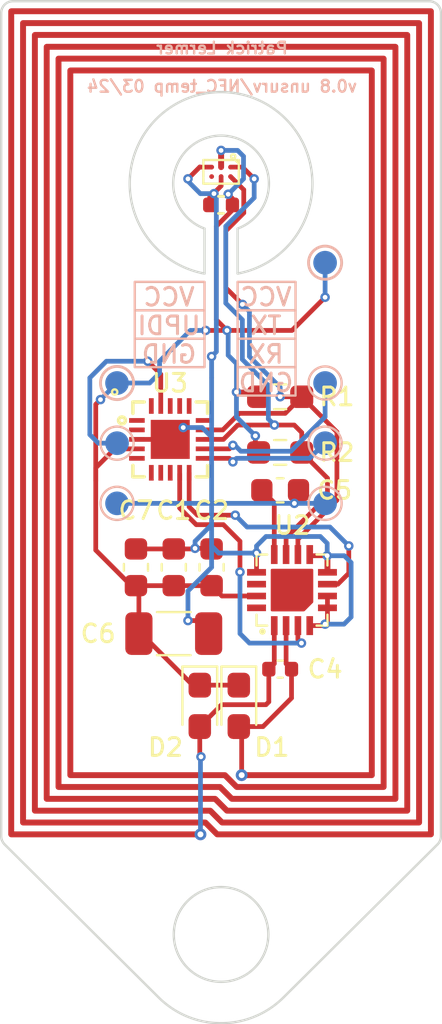
<source format=kicad_pcb>
(kicad_pcb (version 20240108) (generator "pcbnew") (generator_version "8.0")
  (layers (0 "F.Cu" signal) (31 "B.Cu" signal) (34 "B.Paste" user) (35 "F.Paste" user) (36 "B.SilkS" user "B.Silkscreen") (37 "F.SilkS" user "F.Silkscreen") (38 "B.Mask" user) (39 "F.Mask" user) (44 "Edge.Cuts" user))
  (net 0 "")
  (net 1 "GND")
  (net 2 "ANT2")
  (net 3 "ANT1")
  (net 4 "SCL")
  (net 5 "SDA")
  (net 6 "RF430_RST")
  (net 7 "RF430_INT")
  (net 8 "Net-(U2-VCORE)")
  (net 9 "RX")
  (net 10 "UPDI")
  (net 16 "TX")
  (net 17 "ALERT")
  (net 18 "VCC")
  (footprint "Capacitor_SMD:C_0603_1608Metric" (layer "F.Cu") (at 132 52.15)
    (property "Reference" "C5" (at 2.3 0 0) (layer "F.SilkS") (effects (font (size 0.75 0.75) (thickness 0.125))))
    (property "Value" "0.47 uF")
    (fp_line (start -0.14058 -0.51) (end 0.14058 -0.51) (stroke (width 0.1)) (layer "F.SilkS"))
    (fp_line (start -0.14058 0.51) (end 0.14058 0.51) (stroke (width 0.1)) (layer "F.SilkS"))
    (pad "1" smd roundrect (at -0.775 0) (size 0.9 0.95) (layers "F.Cu" "F.Paste" "F.Mask") (net 8 "Net-(U2-VCORE)"))
    (pad "2" smd roundrect (at 0.775 0) (size 0.9 0.95) (layers "F.Cu" "F.Paste" "F.Mask") (net 1 "GND"))
  )
  (footprint "Capacitor_SMD:C_1206_3216Metric" (layer "F.Cu") (at 127.5 58.2)
    (property "Reference" "C6" (at -3.2 0 0) (layer "F.SilkS") (effects (font (size 0.75 0.75) (thickness 0.125))))
    (property "Value" "100uF")
    (fp_line (start -0.711252 -0.91) (end 0.711252 -0.91) (stroke (width 0.1)) (layer "F.SilkS"))
    (fp_line (start -0.711252 0.91) (end 0.711252 0.91) (stroke (width 0.1)) (layer "F.SilkS"))
    (pad "1" smd roundrect (at -1.475 0) (size 1.15 1.8) (layers "F.Cu" "F.Paste" "F.Mask") (roundrect_rratio 0.217391) (net 18 "VCC"))
    (pad "2" smd roundrect (at 1.475 0) (size 1.15 1.8) (layers "F.Cu" "F.Paste" "F.Mask") (roundrect_rratio 0.217391) (net 1 "GND"))
  )
  (footprint "Capacitor_SMD:C_0603_1608Metric" (layer "F.Cu") (at 127.5 55.4 90)
    (property "Reference" "C1" (at 2.4 0 0) (layer "F.SilkS") (effects (font (size 0.75 0.75) (thickness 0.125))))
    (property "Value" "1 uF")
    (fp_line (start -0.14058 -0.51) (end 0.14058 -0.51) (stroke (width 0.1)) (layer "F.SilkS"))
    (fp_line (start -0.14058 0.51) (end 0.14058 0.51) (stroke (width 0.1)) (layer "F.SilkS"))
    (pad "1" smd roundrect (at -0.775 0 90) (size 0.9 0.95) (layers "F.Cu" "F.Paste" "F.Mask") (net 18 "VCC"))
    (pad "2" smd roundrect (at 0.775 0 90) (size 0.9 0.95) (layers "F.Cu" "F.Paste" "F.Mask") (net 1 "GND"))
  )
  (footprint "Capacitor_SMD:C_0603_1608Metric" (layer "F.Cu") (at 129.1 55.4 90)
    (property "Reference" "C2" (at 2.4 0 0) (layer "F.SilkS") (effects (font (size 0.75 0.75) (thickness 0.125))))
    (property "Value" "0.1 uF")
    (fp_line (start -0.14058 -0.51) (end 0.14058 -0.51) (stroke (width 0.1)) (layer "F.SilkS"))
    (fp_line (start -0.14058 0.51) (end 0.14058 0.51) (stroke (width 0.1)) (layer "F.SilkS"))
    (pad "1" smd roundrect (at -0.775 0 90) (size 0.9 0.95) (layers "F.Cu" "F.Paste" "F.Mask") (net 18 "VCC"))
    (pad "2" smd roundrect (at 0.775 0 90) (size 0.9 0.95) (layers "F.Cu" "F.Paste" "F.Mask") (net 1 "GND"))
  )
  (footprint "unsurv_offline_pcb_footprints:35_18_1_9nH" (layer "F.Cu") (at 120.5 31.8)
    (property "Reference" "AE1" (hide yes))
    (property "Value" "Antenna_Dipole" (hide yes))
    (pad "1" smd custom (at 8.12868 34.875) (size 0.25 0.25) (layers "F.Cu") (net 3 "ANT1") (options (clearance outline) (anchor circle)) (primitives (gr_line (start 0 0) (end -8.00368 0) (width 0.25)) (gr_line (start -8.00368 0) (end -8.00368 -34.75) (width 0.25)) (gr_line (start -8.00368 -34.75) (end 9.74632 -34.75) (width 0.25)) (gr_line (start 9.74632 -34.75) (end 9.74632 0) (width 0.25)) (gr_line (start 9.74632 0) (end 0.707107 0) (width 0.25)) (gr_line (start 0.707107 0) (end 0.207107 -0.5) (width 0.25)) (gr_line (start 0.207107 -0.5) (end -7.50368 -0.5) (width 0.25)) (gr_line (start -7.50368 -0.5) (end -7.50368 -34.25) (width 0.25)) (gr_line (start -7.50368 -34.25) (end 9.24632 -34.25) (width 0.25)) (gr_line (start 9.24632 -34.25) (end 9.24632 -0.5) (width 0.25)) (gr_line (start 9.24632 -0.5) (end 0.914214 -0.5) (width 0.25)) (gr_line (start 0.914214 -0.5) (end 0.414214 -1) (width 0.25)) (gr_line (start 0.414214 -1) (end -7.00368 -1) (width 0.25)) (gr_line (start -7.00368 -1) (end -7.00368 -33.75) (width 0.25)) (gr_line (start -7.00368 -33.75) (end 8.74632 -33.75) (width 0.25)) (gr_line (start 8.74632 -33.75) (end 8.74632 -1) (width 0.25)) (gr_line (start 8.74632 -1) (end 1.12132 -1) (width 0.25)) (gr_line (start 1.12132 -1) (end 0.62132 -1.5) (width 0.25)) (gr_line (start 0.62132 -1.5) (end -6.50368 -1.5) (width 0.25)) (gr_line (start -6.50368 -1.5) (end -6.50368 -33.25) (width 0.25)) (gr_line (start -6.50368 -33.25) (end 8.24632 -33.25) (width 0.25)) (gr_line (start 8.24632 -33.25) (end 8.24632 -1.5) (width 0.25)) (gr_line (start 8.24632 -1.5) (end 1.328427 -1.5) (width 0.25)) (gr_line (start 1.328427 -1.5) (end 0.828427 -2) (width 0.25)) (gr_line (start 0.828427 -2) (end -6.00368 -2) (width 0.25)) (gr_line (start -6.00368 -2) (end -6.00368 -32.75) (width 0.25)) (gr_line (start -6.00368 -32.75) (end 7.74632 -32.75) (width 0.25)) (gr_line (start 7.74632 -32.75) (end 7.74632 -2) (width 0.25)) (gr_line (start 7.74632 -2) (end 1.535534 -2) (width 0.25)) (gr_line (start 1.535534 -2) (end 1.035534 -2.5) (width 0.25)) (gr_line (start 1.035534 -2.5) (end -5.50368 -2.5) (width 0.25)) (gr_line (start -5.50368 -2.5) (end -5.50368 -32.25) (width 0.25)) (gr_line (start -5.50368 -32.25) (end 7.24632 -32.25) (width 0.25)) (gr_line (start 7.24632 -32.25) (end 7.24632 -2.5) (width 0.25))))
    (pad "1" thru_hole circle (at 8.12868 34.875) (size 0.5 0.5) (drill 0.25) (layers "*.Cu" "*.Mask") (net 3 "ANT1"))
    (pad "2" smd custom (at 9.87132 32.375) (size 0.25 0.25) (layers "F.Cu") (net 2 "ANT2") (options (clearance outline) (anchor circle)) (primitives (gr_line (start 0 0) (end 5.50368 0) (width 0.25))))
    (pad "2" thru_hole circle (at 9.87132 32.375) (size 0.5 0.5) (drill 0.25) (layers "*.Cu" "*.Mask") (net 2 "ANT2"))
  )
  (footprint "easyeda2kicad:VQFN-16_L3.0-W3.0-P0.50-BL-EP1.7" (layer "F.Cu") (at 132.5 56.36179)
    (property "Reference" "U2" (at 0.017542 -2.731892 180) (layer "F.SilkS") (effects (font (size 0.75 0.75) (thickness 0.125) (bold yes))))
    (property "Value" "RF430CL330HIRGTR‎" (hide yes))
    (fp_line (start -1.5 -1.5) (end -1.5 -1.04) (stroke (width 0.1)) (layer "F.SilkS"))
    (fp_line (start -1.5 -1.5) (end -1.05 -1.5) (stroke (width 0.1)) (layer "F.SilkS"))
    (fp_line (start -1.5 1.04) (end -1.5 1.5) (stroke (width 0.1)) (layer "F.SilkS"))
    (fp_line (start -1.5 1.5) (end -1.05 1.5) (stroke (width 0.1)) (layer "F.SilkS"))
    (fp_line (start 1.04 -1.5) (end 1.5 -1.5) (stroke (width 0.1)) (layer "F.SilkS"))
    (fp_line (start 1.04 1.5) (end 1.5 1.5) (stroke (width 0.1)) (layer "F.SilkS"))
    (fp_line (start 1.5 -1.04) (end 1.5 -1.5) (stroke (width 0.1)) (layer "F.SilkS"))
    (fp_line (start 1.5 1.5) (end 1.5 1.04) (stroke (width 0.1)) (layer "F.SilkS"))
    (fp_arc (start -1.25 1.74) (mid -1.245 1.75866) (end -1.25866 1.745) (stroke (width 0.25)) (layer "F.SilkS"))
    (pad "1" smd rect (at -0.75 1.5) (size 0.28 0.8) (layers "F.Cu" "F.Paste" "F.Mask") (net 3 "ANT1"))
    (pad "2" smd rect (at -0.25 1.5) (size 0.28 0.8) (layers "F.Cu" "F.Paste" "F.Mask") (net 2 "ANT2"))
    (pad "3" smd rect (at 0.25 1.5) (size 0.28 0.8) (layers "F.Cu" "F.Paste" "F.Mask") (net 6 "RF430_RST"))
    (pad "4" smd rect (at 0.75 1.5) (size 0.28 0.8) (layers "F.Cu" "F.Paste" "F.Mask") (net 1 "GND"))
    (pad "5" smd rect (at 1.5 0.75) (size 0.8 0.28) (layers "F.Cu" "F.Paste" "F.Mask") (net 1 "GND"))
    (pad "6" smd rect (at 1.5 0.25) (size 0.8 0.28) (layers "F.Cu" "F.Paste" "F.Mask") (net 1 "GND"))
    (pad "7" smd rect (at 1.5 -0.25) (size 0.8 0.28) (layers "F.Cu" "F.Paste" "F.Mask") (net 7 "RF430_INT"))
    (pad "8" smd rect (at 1.5 -0.75) (size 0.8 0.28) (layers "F.Cu" "F.Paste" "F.Mask") (net 1 "GND"))
    (pad "9" smd rect (at 0.75 -1.5) (size 0.28 0.8) (layers "F.Cu" "F.Paste" "F.Mask") (net 1 "GND"))
    (pad "10" smd rect (at 0.25 -1.5) (size 0.28 0.8) (layers "F.Cu" "F.Paste" "F.Mask") (net 4 "SCL"))
    (pad "11" smd rect (at -0.25 -1.5) (size 0.28 0.8) (layers "F.Cu" "F.Paste" "F.Mask") (net 5 "SDA"))
    (pad "12" smd rect (at -0.75 -1.5) (size 0.28 0.8) (layers "F.Cu" "F.Paste" "F.Mask") (net 8 "Net-(U2-VCORE)"))
    (pad "13" smd rect (at -1.5 -0.75) (size 0.8 0.28) (layers "F.Cu" "F.Paste" "F.Mask") (net 1 "GND"))
    (pad "14" smd rect (at -1.5 -0.25) (size 0.8 0.28) (layers "F.Cu" "F.Paste" "F.Mask"))
    (pad "15" smd rect (at -1.5 0.25) (size 0.8 0.28) (layers "F.Cu" "F.Paste" "F.Mask") (net 18 "VCC"))
    (pad "16" smd rect (at -1.5 0.75) (size 0.8 0.28) (layers "F.Cu" "F.Paste" "F.Mask"))
    (pad "17" smd custom (at 0 0 90) (size 1 1) (layers "F.Cu" "F.Paste" "F.Mask") (options (clearance outline) (anchor circle)) (primitives (gr_poly (pts (xy -0.85 0.5) (xy -0.85 -0.85) (xy 0.85 -0.85) (xy 0.85 0.85) (xy -0.5 0.85)) (width 0.1) (fill yes))))
  )
  (footprint "Capacitor_SMD:C_0402_1005Metric" (layer "F.Cu") (at 129.5 40.1 180)
    (property "Reference" "C3" (hide yes))
    (property "Value" "0.1 uF" (hide yes))
    (fp_line (start -0.107836 0.36) (end 0.107836 0.36) (stroke (width 0.12)) (layer "F.SilkS"))
    (fp_line (start -0.107836 -0.36) (end 0.107836 -0.36) (stroke (width 0.12)) (layer "F.SilkS"))
    (pad "1" smd roundrect (at -0.48 0 180) (size 0.56 0.62) (layers "F.Cu" "F.Paste" "F.Mask") (net 18 "VCC"))
    (pad "2" smd roundrect (at 0.48 0 180) (size 0.56 0.62) (layers "F.Cu" "F.Paste" "F.Mask") (net 1 "GND"))
  )
  (footprint "easyeda2kicad:QFN-20_L3.0-W3.0-P0.40-BL-EP1.7" (layer "F.Cu") (at 127.35 50 -90)
    (property "Reference" "U3" (at -2.375 0.013029 180) (layer "F.SilkS") (effects (font (size 0.75 0.75) (thickness 0.125) (bold yes))))
    (property "Value" "ATtiny1626-MFR" (hide yes))
    (fp_line (start -1.58 1.58) (end -1.1 1.58) (stroke (width 0.15)) (layer "F.SilkS"))
    (fp_line (start 1.58 1.58) (end 1.1 1.58) (stroke (width 0.15)) (layer "F.SilkS"))
    (fp_line (start -1.58 1.1) (end -1.58 1.58) (stroke (width 0.15)) (layer "F.SilkS"))
    (fp_line (start 1.58 1.1) (end 1.58 1.58) (stroke (width 0.15)) (layer "F.SilkS"))
    (fp_line (start -1.58 -1.1) (end -1.58 -1.58) (stroke (width 0.15)) (layer "F.SilkS"))
    (fp_line (start 1.58 -1.1) (end 1.58 -1.58) (stroke (width 0.15)) (layer "F.SilkS"))
    (fp_line (start -1.58 -1.58) (end -1.1 -1.58) (stroke (width 0.15)) (layer "F.SilkS"))
    (fp_line (start 1.58 -1.58) (end 1.1 -1.58) (stroke (width 0.15)) (layer "F.SilkS"))
    (fp_circle (center -0.8 2.04) (end -0.73 2.04) (stroke (width 0.15)) (fill none) (layer "F.SilkS"))
    (pad "1" smd rect (at -0.8 1.41 270) (size 0.2 0.66) (layers "F.Cu" "F.Paste" "F.Mask"))
    (pad "2" smd rect (at -0.4 1.41 270) (size 0.2 0.66) (layers "F.Cu" "F.Paste" "F.Mask"))
    (pad "3" smd rect (at 0 1.41 270) (size 0.2 0.66) (layers "F.Cu" "F.Paste" "F.Mask") (net 1 "GND"))
    (pad "4" smd rect (at 0.4 1.41 270) (size 0.2 0.66) (layers "F.Cu" "F.Paste" "F.Mask") (net 18 "VCC"))
    (pad "5" smd rect (at 0.8 1.41 270) (size 0.2 0.66) (layers "F.Cu" "F.Paste" "F.Mask"))
    (pad "6" smd rect (at 1.41 0.8 270) (size 0.66 0.2) (layers "F.Cu" "F.Paste" "F.Mask"))
    (pad "7" smd rect (at 1.41 0.4 270) (size 0.66 0.2) (layers "F.Cu" "F.Paste" "F.Mask"))
    (pad "8" smd rect (at 1.41 0 270) (size 0.66 0.2) (layers "F.Cu" "F.Paste" "F.Mask"))
    (pad "9" smd rect (at 1.41 -0.4 270) (size 0.66 0.2) (layers "F.Cu" "F.Paste" "F.Mask") (net 6 "RF430_RST"))
    (pad "10" smd rect (at 1.41 -0.8 270) (size 0.66 0.2) (layers "F.Cu" "F.Paste" "F.Mask") (net 7 "RF430_INT"))
    (pad "11" smd rect (at 0.8 -1.41 270) (size 0.2 0.66) (layers "F.Cu" "F.Paste" "F.Mask") (net 9 "RX"))
    (pad "12" smd rect (at 0.4 -1.41 270) (size 0.2 0.66) (layers "F.Cu" "F.Paste" "F.Mask") (net 16 "TX"))
    (pad "13" smd rect (at 0 -1.41 270) (size 0.2 0.66) (layers "F.Cu" "F.Paste" "F.Mask") (net 5 "SDA"))
    (pad "14" smd rect (at -0.4 -1.41 270) (size 0.2 0.66) (layers "F.Cu" "F.Paste" "F.Mask") (net 4 "SCL"))
    (pad "15" smd rect (at -0.8 -1.41 270) (size 0.2 0.66) (layers "F.Cu" "F.Paste" "F.Mask"))
    (pad "16" smd rect (at -1.41 -0.8 270) (size 0.66 0.2) (layers "F.Cu" "F.Paste" "F.Mask"))
    (pad "17" smd rect (at -1.41 -0.4 270) (size 0.66 0.2) (layers "F.Cu" "F.Paste" "F.Mask"))
    (pad "18" smd rect (at -1.41 0 270) (size 0.66 0.2) (layers "F.Cu" "F.Paste" "F.Mask") (net 17 "ALERT"))
    (pad "19" smd rect (at -1.41 0.4 270) (size 0.66 0.2) (layers "F.Cu" "F.Paste" "F.Mask") (net 10 "UPDI"))
    (pad "20" smd rect (at -1.41 0.8 270) (size 0.66 0.2) (layers "F.Cu" "F.Paste" "F.Mask"))
    (pad "21" smd rect (at 0 0 270) (size 1.65 1.65) (layers "F.Cu" "F.Paste" "F.Mask") (net 1 "GND"))
  )
  (footprint "Capacitor_SMD:C_0603_1608Metric" (layer "F.Cu") (at 125.9 55.4 90)
    (property "Reference" "C7" (at 2.4 0 0) (layer "F.SilkS") (effects (font (size 0.75 0.75) (thickness 0.125))))
    (property "Value" "0.1 uF")
    (fp_line (start -0.14058 -0.51) (end 0.14058 -0.51) (stroke (width 0.1)) (layer "F.SilkS"))
    (fp_line (start -0.14058 0.51) (end 0.14058 0.51) (stroke (width 0.1)) (layer "F.SilkS"))
    (pad "1" smd roundrect (at -0.775 0 90) (size 0.9 0.95) (layers "F.Cu" "F.Paste" "F.Mask") (net 18 "VCC"))
    (pad "2" smd roundrect (at 0.775 0 90) (size 0.9 0.95) (layers "F.Cu" "F.Paste" "F.Mask") (net 1 "GND"))
  )
  (footprint "Diode_SMD:D_0603_1608Metric_Pad1.05x0.95mm_HandSolder" (layer "F.Cu") (at 130.25 61.25 -90)
    (property "Reference" "D1" (at 1.75 -1.4 0) (layer "F.SilkS") (effects (font (size 0.75 0.75) (thickness 0.125))))
    (property "Value" "CDBU0130L")
    (fp_line (start -1.66 0.735) (end 0.8 0.735) (stroke (width 0.1)) (layer "F.SilkS"))
    (fp_line (start -1.66 -0.735) (end -1.66 0.735) (stroke (width 0.1)) (layer "F.SilkS"))
    (fp_line (start 0.8 -0.735) (end -1.66 -0.735) (stroke (width 0.1)) (layer "F.SilkS"))
    (pad "1" smd roundrect (at -0.875 0 270) (size 1.05 0.95) (layers "F.Cu" "F.Paste" "F.Mask") (net 18 "VCC"))
    (pad "2" smd roundrect (at 0.875 0 270) (size 1.05 0.95) (layers "F.Cu" "F.Paste" "F.Mask") (net 2 "ANT2"))
  )
  (footprint "Resistor_SMD:R_0603_1608Metric_Pad0.98x0.95mm_HandSolder" (layer "F.Cu") (at 132 48.2)
    (property "Reference" "R1" (at 2.4 0 0) (layer "F.SilkS") (effects (font (size 0.75 0.75) (thickness 0.125))))
    (property "Value" "4.7k")
    (fp_line (start -0.254724 -0.5225) (end 0.254724 -0.5225) (stroke (width 0.1)) (layer "F.SilkS"))
    (fp_line (start -0.254724 0.5225) (end 0.254724 0.5225) (stroke (width 0.1)) (layer "F.SilkS"))
    (pad "1" smd roundrect (at -0.9125 0) (size 0.975 0.95) (layers "F.Cu" "F.Paste" "F.Mask") (net 18 "VCC"))
    (pad "2" smd roundrect (at 0.9125 0) (size 0.975 0.95) (layers "F.Cu" "F.Paste" "F.Mask") (net 4 "SCL"))
  )
  (footprint "easyeda2kicad:DSBGA-6_L1.5-W1.0-R3-C2-P0.40-TL" (layer "F.Cu") (at 129.501934 38.704863 -90)
    (property "Reference" "U4" (hide yes))
    (property "Value" "TMP117AIYBGR" (hide yes))
    (fp_line (start -0.5 0.75) (end -0.28 0.75) (stroke (width 0.1)) (layer "F.SilkS"))
    (fp_line (start -0.22 0.75) (end 0.22 0.75) (stroke (width 0.1)) (layer "F.SilkS"))
    (fp_line (start 0.28 0.75) (end 0.5 0.75) (stroke (width 0.1)) (layer "F.SilkS"))
    (fp_line (start -0.5 0.53) (end -0.5 0.75) (stroke (width 0.1)) (layer "F.SilkS"))
    (fp_line (start 0.5 0.53) (end 0.5 0.75) (stroke (width 0.1)) (layer "F.SilkS"))
    (fp_line (start -0.5 0.03) (end -0.5 0.47) (stroke (width 0.1)) (layer "F.SilkS"))
    (fp_line (start 0.5 0.03) (end 0.5 0.47) (stroke (width 0.1)) (layer "F.SilkS"))
    (fp_line (start -0.5 -0.47) (end -0.5 -0.03) (stroke (width 0.1)) (layer "F.SilkS"))
    (fp_line (start 0.5 -0.47) (end 0.5 -0.03) (stroke (width 0.1)) (layer "F.SilkS"))
    (fp_line (start -0.5 -0.75) (end -0.5 -0.53) (stroke (width 0.1)) (layer "F.SilkS"))
    (fp_line (start -0.5 -0.75) (end -0.28 -0.75) (stroke (width 0.1)) (layer "F.SilkS"))
    (fp_line (start -0.35 -0.75) (end -0.5 -0.6) (stroke (width 0.1)) (layer "F.SilkS"))
    (fp_line (start -0.35 -0.75) (end -0.35 -0.75) (stroke (width 0.1)) (layer "F.SilkS"))
    (fp_line (start -0.22 -0.75) (end 0.22 -0.75) (stroke (width 0.1)) (layer "F.SilkS"))
    (fp_line (start 0.28 -0.75) (end 0.5 -0.75) (stroke (width 0.1)) (layer "F.SilkS"))
    (fp_line (start 0.5 -0.75) (end 0.5 -0.53) (stroke (width 0.1)) (layer "F.SilkS"))
    (fp_circle (center -0.65 -0.51) (end -0.61 -0.51) (stroke (width 0.1)) (fill none) (layer "F.SilkS"))
    (pad "A1" smd circle (at -0.2 -0.4 270) (size 0.2 0.2) (layers "F.Cu" "F.Paste" "F.Mask") (net 5 "SDA"))
    (pad "A2" smd circle (at 0.2 -0.4 270) (size 0.2 0.2) (layers "F.Cu" "F.Paste" "F.Mask") (net 4 "SCL"))
    (pad "B1" smd circle (at -0.2 0 270) (size 0.2 0.2) (layers "F.Cu" "F.Paste" "F.Mask") (net 18 "VCC"))
    (pad "B2" smd circle (at 0.2 0 270) (size 0.2 0.2) (layers "F.Cu" "F.Paste" "F.Mask") (net 1 "GND"))
    (pad "C1" smd circle (at -0.2 0.4 270) (size 0.2 0.2) (layers "F.Cu" "F.Paste" "F.Mask") (net 1 "GND"))
    (pad "C2" smd circle (at 0.2 0.4 270) (size 0.2 0.2) (layers "F.Cu" "F.Paste" "F.Mask"))
  )
  (footprint "Capacitor_SMD:C_0402_1005Metric" (layer "F.Cu") (at 132 59.7 180)
    (property "Reference" "C4" (at -1.9 0 0) (layer "F.SilkS") (effects (font (size 0.75 0.75) (thickness 0.125))))
    (property "Value" "36pF")
    (fp_line (start -0.107836 0.36) (end 0.107836 0.36) (stroke (width 0.1)) (layer "F.SilkS"))
    (fp_line (start -0.107836 -0.36) (end 0.107836 -0.36) (stroke (width 0.1)) (layer "F.SilkS"))
    (pad "1" smd roundrect (at -0.48 0 180) (size 0.56 0.62) (layers "F.Cu" "F.Paste" "F.Mask") (net 2 "ANT2"))
    (pad "2" smd roundrect (at 0.48 0 180) (size 0.56 0.62) (layers "F.Cu" "F.Paste" "F.Mask") (net 3 "ANT1"))
  )
  (footprint "Resistor_SMD:R_0603_1608Metric_Pad0.98x0.95mm_HandSolder" (layer "F.Cu") (at 132 50.55)
    (property "Reference" "R2" (at 2.4 0 0) (layer "F.SilkS") (effects (font (size 0.75 0.75) (thickness 0.125))))
    (property "Value" "4.7k")
    (fp_line (start -0.254724 -0.5225) (end 0.254724 -0.5225) (stroke (width 0.1)) (layer "F.SilkS"))
    (fp_line (start -0.254724 0.5225) (end 0.254724 0.5225) (stroke (width 0.1)) (layer "F.SilkS"))
    (pad "1" smd roundrect (at -0.9125 0) (size 0.975 0.95) (layers "F.Cu" "F.Paste" "F.Mask") (net 18 "VCC"))
    (pad "2" smd roundrect (at 0.9125 0) (size 0.975 0.95) (layers "F.Cu" "F.Paste" "F.Mask") (net 5 "SDA"))
  )
  (footprint "Diode_SMD:D_0603_1608Metric_Pad1.05x0.95mm_HandSolder" (layer "F.Cu") (at 128.6 61.25 -90)
    (property "Reference" "D2" (at 1.75 1.45 0) (layer "F.SilkS") (effects (font (size 0.75 0.75) (thickness 0.125))))
    (property "Value" "CDBU0130L")
    (fp_line (start -1.66 0.735) (end 0.8 0.735) (stroke (width 0.1)) (layer "F.SilkS"))
    (fp_line (start -1.66 -0.735) (end -1.66 0.735) (stroke (width 0.1)) (layer "F.SilkS"))
    (fp_line (start 0.8 -0.735) (end -1.66 -0.735) (stroke (width 0.1)) (layer "F.SilkS"))
    (pad "1" smd roundrect (at -0.875 0 270) (size 1.05 0.95) (layers "F.Cu" "F.Paste" "F.Mask") (net 18 "VCC"))
    (pad "2" smd roundrect (at 0.875 0 270) (size 1.05 0.95) (layers "F.Cu" "F.Paste" "F.Mask") (net 3 "ANT1"))
  )
  (footprint "TestPoint:TestPoint_Pad_D1.0mm" (layer "B.Cu") (at 125.1 50.16 90)
    (property "Reference" "TP7" (hide yes))
    (property "Value" "TestPoint")
    (fp_circle (center 0 0) (end 0 -0.7) (stroke (width 0.1)) (fill none) (layer "B.SilkS"))
    (pad "1" smd circle (at 0 0 90) (size 1 1) (layers "B.Cu" "B.Mask") (net 10 "UPDI"))
  )
  (footprint "TestPoint:TestPoint_Pad_D1.0mm" (layer "B.Cu") (at 133.9 52.7 180)
    (property "Reference" "TP3" (hide yes))
    (property "Value" "TestPoint")
    (fp_circle (center 0 0) (end 0 -0.7) (stroke (width 0.1)) (fill none) (layer "B.SilkS"))
    (pad "1" smd circle (at 0 0 180) (size 1 1) (layers "B.Cu" "B.Mask") (net 1 "GND"))
  )
  (footprint "TestPoint:TestPoint_Pad_D1.0mm" (layer "B.Cu") (at 125.1 52.7 90)
    (property "Reference" "TP6" (hide yes))
    (property "Value" "TestPoint")
    (fp_circle (center 0 0) (end 0 -0.7) (stroke (width 0.1)) (fill none) (layer "B.SilkS"))
    (pad "1" smd circle (at 0 0 90) (size 1 1) (layers "B.Cu" "B.Mask") (net 1 "GND"))
  )
  (footprint "TestPoint:TestPoint_Pad_D1.0mm" (layer "B.Cu") (at 125.1 47.62 180)
    (property "Reference" "TP5" (hide yes))
    (property "Value" "TestPoint" (hide yes))
    (fp_circle (center 0 0) (end 0 -0.7) (stroke (width 0.12)) (fill none) (layer "B.SilkS"))
    (pad "1" smd circle (at 0 0 180) (size 1 1) (layers "B.Cu" "B.Mask") (net 18 "VCC"))
  )
  (footprint "TestPoint:TestPoint_Pad_D1.0mm" (layer "B.Cu") (at 133.9 42.54 180)
    (property "Reference" "TP4" (hide yes))
    (property "Value" "TestPoint" (hide yes))
    (fp_circle (center 0 0) (end 0 -0.7) (stroke (width 0.12)) (fill none) (layer "B.SilkS"))
    (pad "1" smd circle (at 0 0 180) (size 1 1) (layers "B.Cu" "B.Mask") (net 18 "VCC"))
  )
  (footprint "TestPoint:TestPoint_Pad_D1.0mm" (layer "B.Cu") (at 133.9 50.16 180)
    (property "Reference" "TP1" (hide yes))
    (property "Value" "TestPoint")
    (fp_circle (center 0 0) (end 0 -0.7) (stroke (width 0.1)) (fill none) (layer "B.SilkS"))
    (pad "1" smd circle (at 0 0 180) (size 1 1) (layers "B.Cu" "B.Mask") (net 9 "RX"))
  )
  (footprint "TestPoint:TestPoint_Pad_D1.0mm" (layer "B.Cu") (at 133.9 47.62 180)
    (property "Reference" "TP2" (hide yes))
    (property "Value" "TestPoint")
    (fp_circle (center 0 0) (end 0 -0.7) (stroke (width 0.1)) (fill none) (layer "B.SilkS"))
    (pad "1" smd circle (at 0 0 180) (size 1 1) (layers "B.Cu" "B.Mask") (net 16 "TX"))
  )
  (gr_rect (start 130.2 43.35) (end 132.65 44.55) (stroke (width 0.1)) (fill none) (layer "B.SilkS"))
  (gr_rect (start 125.85 44.55) (end 128.8 45.75) (stroke (width 0.1)) (fill none) (layer "B.SilkS"))
  (gr_rect (start 125.85 43.35) (end 128.8 44.55) (stroke (width 0.1)) (fill none) (layer "B.SilkS"))
  (gr_rect (start 130.2 45.75) (end 132.65 46.95) (stroke (width 0.1)) (fill none) (layer "B.SilkS"))
  (gr_rect (start 125.85 45.75) (end 128.8 46.95) (stroke (width 0.1)) (fill none) (layer "B.SilkS"))
  (gr_rect (start 130.2 44.55) (end 132.65 45.75) (stroke (width 0.1)) (fill none) (layer "B.SilkS"))
  (gr_rect (start 130.2 46.95) (end 132.65 48.15) (stroke (width 0.1)) (fill none) (layer "B.SilkS"))
  (gr_circle (center 125 48) (end 124.95 48.1) (stroke (width 0.1)) (fill none) (layer "F.SilkS"))
  (gr_arc (start 128.8 41.099998) (mid 129.500002 37.175167) (end 130.2 41.099999) (stroke (width 0.1)) (layer "Edge.Cuts"))
  (gr_arc (start 128.8 42.999999) (mid 129.5 35.336033) (end 130.2 42.999999) (stroke (width 0.1)) (layer "Edge.Cuts"))
  (gr_line (start 120.699999 31.499999) (end 138.299999 31.499999) (stroke (width 0.1)) (layer "Edge.Cuts"))
  (gr_circle (center 129.5 70.9) (end 131.5 70.9) (stroke (width 0.1)) (fill none) (layer "Edge.Cuts"))
  (gr_arc (start 120.199999 31.999999) (mid 120.346446 31.646446) (end 120.699999 31.499999) (stroke (width 0.1)) (layer "Edge.Cuts"))
  (gr_line (start 128.8 42.999999) (end 128.8 41.099998) (stroke (width 0.1)) (layer "Edge.Cuts"))
  (gr_arc (start 120.34643 67.100003) (mid 120.238047 66.93779) (end 120.199999 66.746447) (stroke (width 0.1)) (layer "Edge.Cuts"))
  (gr_line (start 138.799999 31.999999) (end 138.799999 66.746447) (stroke (width 0.1)) (layer "Edge.Cuts"))
  (gr_arc (start 138.299999 31.499999) (mid 138.653553 31.646445) (end 138.799999 31.999999) (stroke (width 0.1)) (layer "Edge.Cuts"))
  (gr_arc (start 132.149999 73.549999) (mid 129.5 74.647665) (end 126.850001 73.549999) (stroke (width 0.1)) (layer "Edge.Cuts"))
  (gr_line (start 120.199999 66.746447) (end 120.199999 31.999999) (stroke (width 0.1)) (layer "Edge.Cuts"))
  (gr_line (start 130.2 41.099999) (end 130.2 42.999999) (stroke (width 0.1)) (layer "Edge.Cuts"))
  (gr_line (start 138.653536 67.09997) (end 132.149999 73.549999) (stroke (width 0.1)) (layer "Edge.Cuts"))
  (gr_arc (start 138.799999 66.746447) (mid 138.761923 66.937773) (end 138.653536 67.09997) (stroke (width 0.1)) (layer "Edge.Cuts"))
  (gr_line (start 126.850001 73.549999) (end 120.34643 67.100003) (stroke (width 0.1)) (layer "Edge.Cuts"))
  (gr_text "Patrick Lermer\n\nv0.8 unsurv/NFC_temp 03/24" (at 129.54 34.29 0) (layer "B.SilkS") (effects (font (size 0.5 0.5) (thickness 0.1)) (justify mirror)))
  (gr_text "VCC\nTX\nRX\nGND" (at 131.4 45.8 0) (layer "B.SilkS") (effects (font (size 0.75 0.75) (thickness 0.125)) (justify mirror)))
  (gr_text "VCC\nUPDI\nGND" (at 127.3 45.2 0) (layer "B.SilkS") (effects (font (size 0.75 0.75) (thickness 0.125)) (justify mirror)))
  (segment (start 133.98821 54.91179) (end 133.25 54.91179) (width 0.2) (layer "F.Cu") (net 1))
  (segment (start 131 55.61179) (end 131 54.8) (width 0.2) (layer "F.Cu") (net 1))
  (segment (start 128.1 57.65) (end 128.425 57.65) (width 0.2) (layer "F.Cu") (net 1))
  (segment (start 132.775 52.15) (end 132.6 52.325) (width 0.2) (layer "F.Cu") (net 1))
  (segment (start 128.375 54.625) (end 127.5 54.625) (width 0.2) (layer "F.Cu") (net 1))
  (segment (start 133.98821 54.91179) (end 134 54.92358) (width 0.25) (layer "F.Cu") (net 1))
  (segment (start 125.7 54.625) (end 127.5 54.625) (width 0.2) (layer "F.Cu") (net 1))
  (segment (start 128.1 39) (end 128.601797 38.498203) (width 0.2) (layer "F.Cu") (net 1))
  (segment (start 128.608457 38.504863) (end 129.101934 38.504863) (width 0.2) (layer "F.Cu") (net 1))
  (segment (start 134 54.92358) (end 134 55.56179) (width 0.25) (layer "F.Cu") (net 1))
  (segment (start 128.4 54.6) (end 128.375 54.625) (width 0.2) (layer "F.Cu") (net 1))
  (segment (start 134 57.7) (end 133.9 57.8) (width 0.2) (layer "F.Cu") (net 1))
  (segment (start 128.4 54.6) (end 129.075 54.6) (width 0.2) (layer "F.Cu") (net 1))
  (segment (start 129.02 39.78) (end 129.501934 39.298066) (width 0.2) (layer "F.Cu") (net 1))
  (segment (start 134 57.11179) (end 134 57.7) (width 0.2) (layer "F.Cu") (net 1))
  (segment (start 133.83821 57.86179) (end 133.9 57.8) (width 0.2) (layer "F.Cu") (net 1))
  (segment (start 134 56.61179) (end 134 57.11179) (width 0.2) (layer "F.Cu") (net 1))
  (segment (start 133.25 57.86179) (end 133.83821 57.86179) (width 0.2) (layer "F.Cu") (net 1))
  (segment (start 132.6 52.325) (end 132.6 52.7) (width 0.2) (layer "F.Cu") (net 1))
  (segment (start 128.425 57.65) (end 128.975 58.2) (width 0.2) (layer "F.Cu") (net 1))
  (segment (start 129.501934 39.298066) (end 129.501934 38.904863) (width 0.2) (layer "F.Cu") (net 1))
  (segment (start 129.075 54.6) (end 129.1 54.625) (width 0.2) (layer "F.Cu") (net 1))
  (segment (start 125.9 50) (end 127.35 50) (width 0.2) (layer "F.Cu") (net 1))
  (segment (start 129.02 40.1) (end 129.02 39.78) (width 0.2) (layer "F.Cu") (net 1))
  (segment (start 128.601797 38.498203) (end 128.608457 38.504863) (width 0.2) (layer "F.Cu") (net 1))
  (via (at 128.4 54.6) (size 0.4) (drill 0.2) (layers "F.Cu" "B.Cu") (net 1))
  (via (at 132.6 52.7) (size 0.4) (drill 0.2) (layers "F.Cu" "B.Cu") (net 1))
  (via (at 131 54.8) (size 0.4) (drill 0.2) (layers "F.Cu" "B.Cu") (net 1))
  (via (at 128.1 57.65) (size 0.4) (drill 0.2) (layers "F.Cu" "B.Cu") (net 1))
  (via (at 129.2 39.625) (size 0.4) (drill 0.2) (layers "F.Cu" "B.Cu") (net 1))
  (via (at 129.1 46.5) (size 0.4) (drill 0.2) (layers "F.Cu" "B.Cu") (net 1))
  (via (at 127.9 49.5) (size 0.4) (drill 0.2) (layers "F.Cu" "B.Cu") (net 1))
  (via (at 133.9 57.8) (size 0.4) (drill 0.2) (layers "F.Cu" "B.Cu") (net 1))
  (via (at 133.98821 54.91179) (size 0.4) (drill 0.2) (layers "F.Cu" "B.Cu") (net 1))
  (via (at 128.1 39) (size 0.4) (drill 0.2) (layers "F.Cu" "B.Cu") (net 1))
  (segment (start 134.71179 54.91179) (end 135 55.2) (width 0.2) (layer "B.Cu") (net 1))
  (segment (start 129.3 46.3) (end 129.1 46.5) (width 0.2) (layer "B.Cu") (net 1))
  (segment (start 128.4 54.6) (end 128.4 54.3) (width 0.2) (layer "B.Cu") (net 1))
  (segment (start 133.98821 54.91179) (end 133.98821 54.38821) (width 0.2) (layer "B.Cu") (net 1))
  (segment (start 128.4 54.3) (end 129.1 53.6) (width 0.2) (layer "B.Cu") (net 1))
  (segment (start 132.6 52.7) (end 129.1 52.7) (width 0.2) (layer "B.Cu") (net 1))
  (segment (start 134.7 57.8) (end 133.9 57.8) (width 0.2) (layer "B.Cu") (net 1))
  (segment (start 128.625 39.625) (end 129.175 39.625) (width 0.2) (layer "B.Cu") (net 1))
  (segment (start 135 57.5) (end 134.7 57.8) (width 0.2) (layer "B.Cu") (net 1))
  (segment (start 129.1 54.5) (end 129.1 53.6) (width 0.2) (layer "B.Cu") (net 1))
  (segment (start 127.9 49.5) (end 128.7 49.5) (width 0.2) (layer "B.Cu") (net 1))
  (segment (start 129.1 46.5) (end 129.1 47.4) (width 0.2) (layer "B.Cu") (net 1))
  (segment (start 128.1 57.65) (end 128.1 56.4) (width 0.2) (layer "B.Cu") (net 1))
  (segment (start 131.4 54.1) (end 131 54.5) (width 0.2) (layer "B.Cu") (net 1))
  (segment (start 129.1 49.9) (end 129.1 47.4) (width 0.2) (layer "B.Cu") (net 1))
  (segment (start 128.7 49.5) (end 129.1 49.9) (width 0.2) (layer "B.Cu") (net 1))
  (segment (start 128.1 56.4) (end 129.1 55.4) (width 0.2) (layer "B.Cu") (net 1))
  (segment (start 129.1 53.6) (end 129.1 52.7) (width 0.2) (layer "B.Cu") (net 1))
  (segment (start 129.1 52.7) (end 129.1 49.9) (width 0.2) (layer "B.Cu") (net 1))
  (segment (start 129.175 39.625) (end 129.3 39.75) (width 0.2) (layer "B.Cu") (net 1))
  (segment (start 129.1 55.4) (end 129.1 54.5) (width 0.2) (layer "B.Cu") (net 1))
  (segment (start 135 55.2) (end 135 57.5) (width 0.2) (layer "B.Cu") (net 1))
  (segment (start 129.3 39.75) (end 129.3 46.3) (width 0.2) (layer "B.Cu") (net 1))
  (segment (start 131 54.8) (end 129.4 54.8) (width 0.2) (layer "B.Cu") (net 1))
  (segment (start 125.1 52.7) (end 129.1 52.7) (width 0.2) (layer "B.Cu") (net 1))
  (segment (start 133.9 52.7) (end 132.6 52.7) (width 0.2) (layer "B.Cu") (net 1))
  (segment (start 133.7 54.1) (end 131.4 54.1) (width 0.2) (layer "B.Cu") (net 1))
  (segment (start 128.1 39) (end 128.1 39.1) (width 0.2) (layer "B.Cu") (net 1))
  (segment (start 133.98821 54.91179) (end 134.71179 54.91179) (width 0.2) (layer "B.Cu") (net 1))
  (segment (start 129.4 54.8) (end 129.1 54.5) (width 0.2) (layer "B.Cu") (net 1))
  (segment (start 128.1 39.1) (end 128.625 39.625) (width 0.2) (layer "B.Cu") (net 1))
  (segment (start 131 54.5) (end 131 54.8) (width 0.2) (layer "B.Cu") (net 1))
  (segment (start 133.98821 54.38821) (end 133.7 54.1) (width 0.2) (layer "B.Cu") (net 1))
  (segment (start 132.25 57.86179) (end 132.25 59.47) (width 0.2) (layer "F.Cu") (net 2))
  (segment (start 130.25 62.125) (end 130.37132 62.24632) (width 0.2) (layer "F.Cu") (net 2))
  (segment (start 130.25 62.125) (end 131.275 62.125) (width 0.2) (layer "F.Cu") (net 2))
  (segment (start 132.25 59.47) (end 132.48 59.7) (width 0.2) (layer "F.Cu") (net 2))
  (segment (start 131.275 62.125) (end 132.48 60.92) (width 0.2) (layer "F.Cu") (net 2))
  (segment (start 130.37132 62.24632) (end 130.37132 64.175) (width 0.2) (layer "F.Cu") (net 2))
  (segment (start 132.48 60.92) (end 132.48 59.7) (width 0.2) (layer "F.Cu") (net 2))
  (segment (start 131.4 61.2) (end 129.525 61.2) (width 0.2) (layer "F.Cu") (net 3))
  (segment (start 129.525 61.2) (end 128.6 62.125) (width 0.2) (layer "F.Cu") (net 3))
  (segment (start 128.6 63.35) (end 128.65 63.4) (width 0.2) (layer "F.Cu") (net 3))
  (segment (start 131.75 57.86179) (end 131.75 59.47) (width 0.2) (layer "F.Cu") (net 3))
  (segment (start 128.6 62.275) (end 128.6 62.125) (width 0.2) (layer "F.Cu") (net 3))
  (segment (start 128.622614 62.297614) (end 128.6 62.275) (width 0.2) (layer "F.Cu") (net 3))
  (segment (start 131.75 59.47) (end 131.52 59.7) (width 0.2) (layer "F.Cu") (net 3))
  (segment (start 128.6 62.125) (end 128.6 63.35) (width 0.2) (layer "F.Cu") (net 3))
  (segment (start 131.52 59.7) (end 131.52 61.08) (width 0.2) (layer "F.Cu") (net 3))
  (segment (start 131.52 61.08) (end 131.4 61.2) (width 0.2) (layer "F.Cu") (net 3))
  (via (at 128.65 63.4) (size 0.4) (drill 0.2) (layers "F.Cu" "B.Cu") (net 3))
  (segment (start 128.65 63.4) (end 128.62868 63.42132) (width 0.2) (layer "B.Cu") (net 3))
  (segment (start 128.62868 63.42132) (end 128.62868 66.675) (width 0.2) (layer "B.Cu") (net 3))
  (segment (start 130.275736 48.9) (end 132.2125 48.9) (width 0.2) (layer "F.Cu") (net 4))
  (segment (start 128.76 49.6) (end 129.575736 49.6) (width 0.2) (layer "F.Cu") (net 4))
  (segment (start 134.4 52.565686) (end 134.4 49.6875) (width 0.2) (layer "F.Cu") (net 4))
  (segment (start 129.7 41.2) (end 129.7 43.6) (width 0.2) (layer "F.Cu") (net 4))
  (segment (start 129.575736 49.6) (end 130.275736 48.9) (width 0.2) (layer "F.Cu") (net 4))
  (segment (start 130.46 39.46) (end 130.46 40.44) (width 0.2) (layer "F.Cu") (net 4))
  (segment (start 129.7 43.6) (end 130.4 44.3) (width 0.2) (layer "F.Cu") (net 4))
  (segment (start 132.75 54.215686) (end 134.4 52.565686) (width 0.2) (layer "F.Cu") (net 4))
  (segment (start 130.46 39.46) (end 130.457071 39.46) (width 0.2) (layer "F.Cu") (net 4))
  (segment (start 134.4 49.6875) (end 132.9125 48.2) (width 0.2) (layer "F.Cu") (net 4))
  (segment (start 132 48.2) (end 132.9125 48.2) (width 0.2) (layer "F.Cu") (net 4))
  (segment (start 132.2125 48.9) (end 132.9125 48.2) (width 0.2) (layer "F.Cu") (net 4))
  (segment (start 132.75 54.86179) (end 132.75 54.215686) (width 0.2) (layer "F.Cu") (net 4))
  (segment (start 130.457071 39.46) (end 129.901934 38.904863) (width 0.2) (layer "F.Cu") (net 4))
  (segment (start 130.46 40.44) (end 129.7 41.2) (width 0.2) (layer "F.Cu") (net 4))
  (via (at 132 48.2) (size 0.4) (drill 0.2) (layers "F.Cu" "B.Cu") (net 4))
  (via (at 130.4 44.3) (size 0.4) (drill 0.2) (layers "F.Cu" "B.Cu") (net 4))
  (segment (start 130.7 44.6) (end 130.4 44.3) (width 0.2) (layer "B.Cu") (net 4))
  (segment (start 132 47.8) (end 130.7 46.5) (width 0.2) (layer "B.Cu") (net 4))
  (segment (start 130.7 46.5) (end 130.7 44.6) (width 0.2) (layer "B.Cu") (net 4))
  (segment (start 132 48.2) (end 132 47.8) (width 0.2) (layer "B.Cu") (net 4))
  (segment (start 132.59375 49.39375) (end 132.9125 49.7125) (width 0.2) (layer "F.Cu") (net 5))
  (segment (start 131.75625 49.39375) (end 130.20625 49.39375) (width 0.2) (layer "F.Cu") (net 5))
  (segment (start 130.9 39) (end 130.398203 38.498203) (width 0.2) (layer "F.Cu") (net 5))
  (segment (start 129.6 50) (end 128.76 50) (width 0.2) (layer "F.Cu") (net 5))
  (segment (start 131.75 49.4) (end 131.75625 49.39375) (width 0.2) (layer "F.Cu") (net 5))
  (segment (start 130.20625 49.39375) (end 129.6 50) (width 0.2) (layer "F.Cu") (net 5))
  (segment (start 134 51.6375) (end 132.9125 50.55) (width 0.2) (layer "F.Cu") (net 5))
  (segment (start 132.9125 49.7125) (end 132.9125 50.55) (width 0.2) (layer "F.Cu") (net 5))
  (segment (start 134 52.4) (end 134 51.6375) (width 0.2) (layer "F.Cu") (net 5))
  (segment (start 132.25 54.86179) (end 132.25 54.15) (width 0.2) (layer "F.Cu") (net 5))
  (segment (start 130.398203 38.498203) (end 130.391543 38.504863) (width 0.2) (layer "F.Cu") (net 5))
  (segment (start 130.391543 38.504863) (end 129.901934 38.504863) (width 0.2) (layer "F.Cu") (net 5))
  (segment (start 132.25 54.15) (end 134 52.4) (width 0.2) (layer "F.Cu") (net 5))
  (segment (start 131.75625 49.39375) (end 132.59375 49.39375) (width 0.2) (layer "F.Cu") (net 5))
  (via (at 130.9 39) (size 0.4) (drill 0.2) (layers "F.Cu" "B.Cu") (net 5))
  (via (at 131.75625 49.39375) (size 0.4) (drill 0.2) (layers "F.Cu" "B.Cu") (net 5))
  (segment (start 131.5 47.724264) (end 130.4 46.624264) (width 0.2) (layer "B.Cu") (net 5))
  (segment (start 131.5 49.1375) (end 131.5 47.724264) (width 0.2) (layer "B.Cu") (net 5))
  (segment (start 130.9 39.8) (end 130.9 39) (width 0.2) (layer "B.Cu") (net 5))
  (segment (start 130.4 44.95) (end 129.7 44.25) (width 0.2) (layer "B.Cu") (net 5))
  (segment (start 129.7 41) (end 130.9 39.8) (width 0.2) (layer "B.Cu") (net 5))
  (segment (start 130.4 46.624264) (end 130.4 44.95) (width 0.2) (layer "B.Cu") (net 5))
  (segment (start 129.7 44.25) (end 129.7 41) (width 0.2) (layer "B.Cu") (net 5))
  (segment (start 131.75625 49.39375) (end 131.5 49.1375) (width 0.2) (layer "B.Cu") (net 5))
  (segment (start 132.75 58.45) (end 132.9 58.6) (width 0.2) (layer "F.Cu") (net 6))
  (segment (start 129.6 53.6) (end 128.45 53.6) (width 0.2) (layer "F.Cu") (net 6))
  (segment (start 130.3 54.3) (end 129.6 53.6) (width 0.2) (layer "F.Cu") (net 6))
  (segment (start 128.45 53.6) (end 127.75 52.9) (width 0.2) (layer "F.Cu") (net 6))
  (segment (start 132.75 57.86179) (end 132.75 58.45) (width 0.2) (layer "F.Cu") (net 6))
  (segment (start 127.75 51.45) (end 127.75 52.9) (width 0.2) (layer "F.Cu") (net 6))
  (segment (start 130.3 55.6) (end 130.3 54.3) (width 0.2) (layer "F.Cu") (net 6))
  (via (at 132.9 58.6) (size 0.4) (drill 0.2) (layers "F.Cu" "B.Cu") (net 6))
  (via (at 130.3 55.6) (size 0.4) (drill 0.2) (layers "F.Cu" "B.Cu") (net 6))
  (segment (start 130.3 58.2) (end 130.7 58.6) (width 0.2) (layer "B.Cu") (net 6))
  (segment (start 130.7 58.6) (end 132.9 58.6) (width 0.2) (layer "B.Cu") (net 6))
  (segment (start 130.3 55.6) (end 130.3 58.2) (width 0.2) (layer "B.Cu") (net 6))
  (segment (start 134.902318 55.649472) (end 134.44 56.11179) (width 0.2) (layer "F.Cu") (net 7))
  (segment (start 128.5 53.2) (end 128.15 52.85) (width 0.2) (layer "F.Cu") (net 7))
  (segment (start 128.15 52.85) (end 128.15 51.41) (width 0.2) (layer "F.Cu") (net 7))
  (segment (start 134.902318 54.496942) (end 134.902318 55.649472) (width 0.2) (layer "F.Cu") (net 7))
  (segment (start 134.44 56.11179) (end 133.95 56.11179) (width 0.2) (layer "F.Cu") (net 7))
  (segment (start 130.1 53.2) (end 128.5 53.2) (width 0.2) (layer "F.Cu") (net 7))
  (via (at 130.1 53.2) (size 0.4) (drill 0.2) (layers "F.Cu" "B.Cu") (net 7))
  (via (at 134.902318 54.496942) (size 0.4) (drill 0.2) (layers "F.Cu" "B.Cu") (net 7))
  (segment (start 134.902318 54.496942) (end 134.105376 53.7) (width 0.2) (layer "B.Cu") (net 7))
  (segment (start 130.6 53.7) (end 130.1 53.2) (width 0.2) (layer "B.Cu") (net 7))
  (segment (start 134.105376 53.7) (end 130.6 53.7) (width 0.2) (layer "B.Cu") (net 7))
  (segment (start 131.75 52.675) (end 131.225 52.15) (width 0.2) (layer "F.Cu") (net 8))
  (segment (start 131.75 54.86179) (end 131.75 52.675) (width 0.2) (layer "F.Cu") (net 8))
  (segment (start 130 50.95) (end 129.85 50.8) (width 0.2) (layer "F.Cu") (net 9))
  (segment (start 129.85 50.8) (end 128.76 50.8) (width 0.2) (layer "F.Cu") (net 9))
  (via (at 130 50.95) (size 0.4) (drill 0.2) (layers "F.Cu" "B.Cu") (net 9))
  (segment (start 130 50.95) (end 130.15 50.8) (width 0.2) (layer "B.Cu") (net 9))
  (segment (start 130.15 50.8) (end 133.24 50.8) (width 0.2) (layer "B.Cu") (net 9))
  (segment (start 133.24 50.8) (end 133.9 50.14) (width 0.2) (layer "B.Cu") (net 9))
  (segment (start 126.4 46.7) (end 126.95 47.25) (width 0.2) (layer "F.Cu") (net 10))
  (segment (start 126.35 46.75) (end 126.4 46.7) (width 0.2) (layer "F.Cu") (net 10))
  (segment (start 126.95 47.25) (end 126.95 48.55) (width 0.2) (layer "F.Cu") (net 10))
  (via (at 126.4 46.7) (size 0.4) (drill 0.2) (layers "F.Cu" "B.Cu") (net 10))
  (segment (start 123.95 47.4) (end 123.95 49.8) (width 0.2) (layer "B.Cu") (net 10))
  (segment (start 123.95 49.8) (end 124.31 50.16) (width 0.2) (layer "B.Cu") (net 10))
  (segment (start 126.4 46.7) (end 124.65 46.7) (width 0.2) (layer "B.Cu") (net 10))
  (segment (start 124.65 46.7) (end 123.95 47.4) (width 0.2) (layer "B.Cu") (net 10))
  (segment (start 124.31 50.16) (end 125.1 50.16) (width 0.2) (layer "B.Cu") (net 10))
  (segment (start 130 50.25) (end 129.85 50.4) (width 0.2) (layer "F.Cu") (net 16))
  (segment (start 129.85 50.4) (end 128.76 50.4) (width 0.2) (layer "F.Cu") (net 16))
  (via (at 130 50.25) (size 0.4) (drill 0.2) (layers "F.Cu" "B.Cu") (net 16))
  (segment (start 130 50.25) (end 130.086397 50.25) (width 0.2) (layer "B.Cu") (net 16))
  (segment (start 132.45 50.5) (end 133.9 49.05) (width 0.2) (layer "B.Cu") (net 16))
  (segment (start 130.336397 50.5) (end 132.45 50.5) (width 0.2) (layer "B.Cu") (net 16))
  (segment (start 133.9 49.05) (end 133.9 47.62) (width 0.2) (layer "B.Cu") (net 16))
  (segment (start 130.086397 50.25) (end 130.336397 50.5) (width 0.2) (layer "B.Cu") (net 16))
  (segment (start 129.3 44.95) (end 129.3 41) (width 0.2) (layer "F.Cu") (net 18))
  (segment (start 129.5 38.496965) (end 129.498762 38.498203) (width 0.2) (layer "F.Cu") (net 18))
  (segment (start 127.45 56.225) (end 127.5 56.175) (width 0.2) (layer "F.Cu") (net 18))
  (segment (start 129.3 41) (end 129.98 40.32) (width 0.2) (layer "F.Cu") (net 18))
  (segment (start 129.75 45.4) (end 132.5 45.4) (width 0.2) (layer "F.Cu") (net 18))
  (segment (start 128.6 60.375) (end 128.3 60.375) (width 0.2) (layer "F.Cu") (net 18))
  (segment (start 124.4 48.32) (end 124.2 48.52) (width 0.2) (layer "F.Cu") (net 18))
  (segment (start 129.501934 38.504863) (end 129.501934 37.801934) (width 0.25) (layer "F.Cu") (net 18))
  (segment (start 126.025 56.5) (end 125.7 56.175) (width 0.2) (layer "F.Cu") (net 18))
  (segment (start 125.7 56.175) (end 124.2 54.675) (width 0.2) (layer "F.Cu") (net 18))
  (segment (start 130.95 50.4125) (end 131.0875 50.55) (width 0.2) (layer "F.Cu") (net 18))
  (segment (start 124.2 48.52) (end 124.2 50.137348) (width 0.2) (layer "F.Cu") (net 18))
  (segment (start 130.15 48) (end 130.8875 48) (width 0.2) (layer "F.Cu") (net 18))
  (segment (start 124.2 51.2) (end 125 50.4) (width 0.2) (layer "F.Cu") (net 18))
  (segment (start 130.95 49.85) (end 130.95 50.4125) (width 0.2) (layer "F.Cu") (net 18))
  (segment (start 124.2 51.75) (end 124.2 50.137348) (width 0.2) (layer "F.Cu") (net 18))
  (segment (start 124.2 54.675) (end 124.2 51.75) (width 0.2) (layer "F.Cu") (net 18))
  (segment (start 129.98 40.32) (end 129.98 40.1) (width 0.2) (layer "F.Cu") (net 18))
  (segment (start 132.5 45.4) (end 133.9 44) (width 0.2) (layer "F.Cu") (net 18))
  (segment (start 126.125 58.2) (end 126.025 58.2) (width 0.2) (layer "F.Cu") (net 18))
  (segment (start 129.1 56.175) (end 129.53679 56.61179) (width 0.2) (layer "F.Cu") (net 18))
  (segment (start 129.8 39.65) (end 129.98 39.83) (width 0.2) (layer "F.Cu") (net 18))
  (segment (start 129.501934 37.801934) (end 129.5 37.8) (width 0.25) (layer "F.Cu") (net 18))
  (segment (start 130.25 60.375) (end 128.6 60.375) (width 0.2) (layer "F.Cu") (net 18))
  (segment (start 129.75 45.4) (end 129.3 44.95) (width 0.2) (layer "F.Cu") (net 18))
  (segment (start 125.7 56.175) (end 127.5 56.175) (width 0.2) (layer "F.Cu") (net 18))
  (segment (start 130.8875 48) (end 131.0875 48.2) (width 0.2) (layer "F.Cu") (net 18))
  (segment (start 129.98 39.83) (end 129.98 40.1) (width 0.2) (layer "F.Cu") (net 18))
  (segment (start 125 50.4) (end 125.94 50.4) (width 0.2) (layer "F.Cu") (net 18))
  (segment (start 128.85 45.4) (end 129.75 45.4) (width 0.2) (layer "F.Cu") (net 18))
  (segment (start 127.5 56.175) (end 129.1 56.175) (width 0.2) (layer "F.Cu") (net 18))
  (segment (start 129.53679 56.61179) (end 131 56.61179) (width 0.2) (layer "F.Cu") (net 18))
  (segment (start 128.3 60.375) (end 126.125 58.2) (width 0.2) (layer "F.Cu") (net 18))
  (segment (start 126.025 58.2) (end 126.025 56.5) (width 0.2) (layer "F.Cu") (net 18))
  (segment (start 124.2 51.75) (end 124.2 51.2) (width 0.2) (layer "F.Cu") (net 18))
  (via (at 133.9 44) (size 0.4) (drill 0.2) (layers "F.Cu" "B.Cu") (net 18))
  (via (at 124.4 48.32) (size 0.4) (drill 0.2) (layers "F.Cu" "B.Cu") (net 18))
  (via (at 128.85 45.4) (size 0.4) (drill 0.2) (layers "F.Cu" "B.Cu") (net 18))
  (via (at 129.5 37.8) (size 0.4) (drill 0.2) (layers "F.Cu" "B.Cu") (net 18))
  (via (at 130.95 49.85) (size 0.4) (drill 0.2) (layers "F.Cu" "B.Cu") (net 18))
  (via (at 130.15 48) (size 0.4) (drill 0.2) (layers "F.Cu" "B.Cu") (net 18))
  (via (at 129.75 45.4) (size 0.4) (drill 0.2) (layers "F.Cu" "B.Cu") (net 18))
  (via (at 129.8 39.65) (size 0.4) (drill 0.2) (layers "F.Cu" "B.Cu") (net 18))
  (segment (start 129.5 37.8) (end 130.2 37.8) (width 0.2) (layer "B.Cu") (net 18))
  (segment (start 129.75 45.4) (end 129.8 45.45) (width 0.2) (layer "B.Cu") (net 18))
  (segment (start 124.4 48.32) (end 125.1 47.62) (width 0.2) (layer "B.Cu") (net 18))
  (segment (start 130.45 38.05) (end 130.45 39) (width 0.2) (layer "B.Cu") (net 18))
  (segment (start 125.15 47.67) (end 125.1 47.62) (width 0.2) (layer "B.Cu") (net 18))
  (segment (start 129.8 45.45) (end 129.8 46.448528) (width 0.2) (layer "B.Cu") (net 18))
  (segment (start 130.15 49.05) (end 130.15 48) (width 0.2) (layer "B.Cu") (net 18))
  (segment (start 128.2 45.4) (end 126.9 46.7) (width 0.2) (layer "B.Cu") (net 18))
  (segment (start 126.48 47.62) (end 125.1 47.62) (width 0.2) (layer "B.Cu") (net 18))
  (segment (start 130.45 39) (end 129.8 39.65) (width 0.2) (layer "B.Cu") (net 18))
  (segment (start 126.9 47.2) (end 126.48 47.62) (width 0.2) (layer "B.Cu") (net 18))
  (segment (start 126.9 46.7) (end 126.9 47.2) (width 0.2) (layer "B.Cu") (net 18))
  (segment (start 128.85 45.4) (end 128.2 45.4) (width 0.2) (layer "B.Cu") (net 18))
  (segment (start 130.95 49.85) (end 130.15 49.05) (width 0.2) (layer "B.Cu") (net 18))
  (segment (start 133.9 44) (end 133.9 42.54) (width 0.2) (layer "B.Cu") (net 18))
  (segment (start 130.2 37.8) (end 130.45 38.05) (width 0.2) (layer "B.Cu") (net 18))
  (segment (start 130.15 46.798528) (end 130.15 48) (width 0.2) (layer "B.Cu") (net 18))
  (segment (start 129.8 46.448528) (end 130.15 46.798528) (width 0.2) (layer "B.Cu") (net 18))
)
</source>
